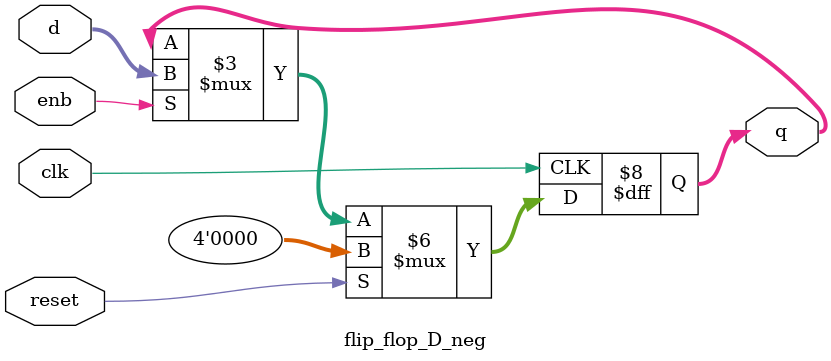
<source format=sv>
module flip_flop_D_neg	
	#(parameter N = 4)
	(input logic clk, reset, enb, input logic [N-1:0] d, output logic [N-1:0] q);
	
	always_ff @(negedge clk)
		begin
		if (reset) q <= 'b0;
		else 
			begin
			if (enb) q <= d;
			else q <= q;
			end		
		end

endmodule

</source>
